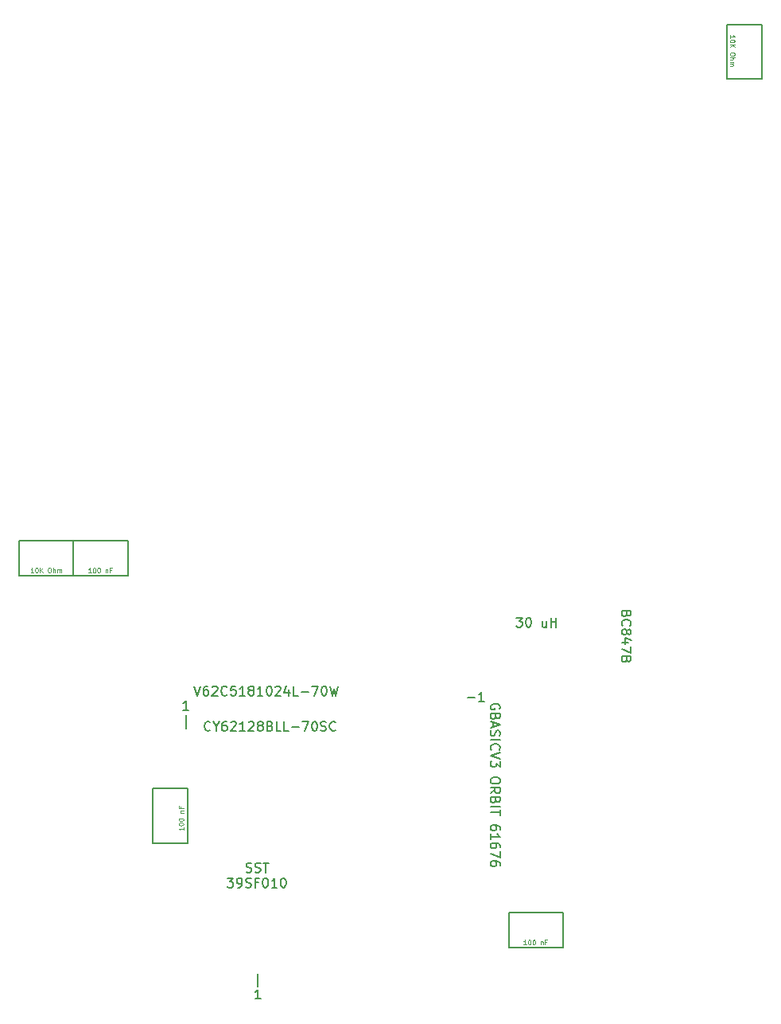
<source format=gbr>
%TF.GenerationSoftware,KiCad,Pcbnew,(6.0.2)*%
%TF.CreationDate,2022-11-18T22:18:21-06:00*%
%TF.ProjectId,REF1395A Optimized,52454631-3339-4354-9120-4f7074696d69,rev?*%
%TF.SameCoordinates,Original*%
%TF.FileFunction,Legend,Top*%
%TF.FilePolarity,Positive*%
%FSLAX46Y46*%
G04 Gerber Fmt 4.6, Leading zero omitted, Abs format (unit mm)*
G04 Created by KiCad (PCBNEW (6.0.2)) date 2022-11-18 22:18:21*
%MOMM*%
%LPD*%
G01*
G04 APERTURE LIST*
%ADD10C,0.150000*%
%ADD11C,0.125000*%
G04 APERTURE END LIST*
D10*
X156691000Y-171302000D02*
X162495000Y-171302000D01*
X162495000Y-171302000D02*
X162495000Y-175032000D01*
X162495000Y-175032000D02*
X156691000Y-175032000D01*
X156691000Y-175032000D02*
X156691000Y-171302000D01*
X110355500Y-131746500D02*
X104597500Y-131746500D01*
X104597500Y-131746500D02*
X104597500Y-135491500D01*
X104597500Y-135491500D02*
X110355500Y-135491500D01*
X110355500Y-135491500D02*
X110355500Y-131746500D01*
X183641500Y-82650000D02*
X179896500Y-82650000D01*
X179896500Y-82650000D02*
X179896500Y-76892000D01*
X179896500Y-76892000D02*
X183641500Y-76892000D01*
X183641500Y-76892000D02*
X183641500Y-82650000D01*
X118830000Y-163910000D02*
X122560000Y-163910000D01*
X122560000Y-163910000D02*
X122560000Y-158106000D01*
X122560000Y-158106000D02*
X118830000Y-158106000D01*
X118830000Y-158106000D02*
X118830000Y-163910000D01*
X110355500Y-131746500D02*
X116159500Y-131746500D01*
X116159500Y-131746500D02*
X116159500Y-135476500D01*
X116159500Y-135476500D02*
X110355500Y-135476500D01*
X110355500Y-135476500D02*
X110355500Y-131746500D01*
D11*
X122063190Y-162216285D02*
X122063190Y-162502000D01*
X122063190Y-162359142D02*
X121563190Y-162359142D01*
X121634619Y-162406761D01*
X121682238Y-162454380D01*
X121706047Y-162502000D01*
X121563190Y-161906761D02*
X121563190Y-161859142D01*
X121587000Y-161811523D01*
X121610809Y-161787714D01*
X121658428Y-161763904D01*
X121753666Y-161740095D01*
X121872714Y-161740095D01*
X121967952Y-161763904D01*
X122015571Y-161787714D01*
X122039380Y-161811523D01*
X122063190Y-161859142D01*
X122063190Y-161906761D01*
X122039380Y-161954380D01*
X122015571Y-161978190D01*
X121967952Y-162002000D01*
X121872714Y-162025809D01*
X121753666Y-162025809D01*
X121658428Y-162002000D01*
X121610809Y-161978190D01*
X121587000Y-161954380D01*
X121563190Y-161906761D01*
X121563190Y-161430571D02*
X121563190Y-161382952D01*
X121587000Y-161335333D01*
X121610809Y-161311523D01*
X121658428Y-161287714D01*
X121753666Y-161263904D01*
X121872714Y-161263904D01*
X121967952Y-161287714D01*
X122015571Y-161311523D01*
X122039380Y-161335333D01*
X122063190Y-161382952D01*
X122063190Y-161430571D01*
X122039380Y-161478190D01*
X122015571Y-161502000D01*
X121967952Y-161525809D01*
X121872714Y-161549619D01*
X121753666Y-161549619D01*
X121658428Y-161525809D01*
X121610809Y-161502000D01*
X121587000Y-161478190D01*
X121563190Y-161430571D01*
X121729857Y-160668666D02*
X122063190Y-160668666D01*
X121777476Y-160668666D02*
X121753666Y-160644857D01*
X121729857Y-160597238D01*
X121729857Y-160525809D01*
X121753666Y-160478190D01*
X121801285Y-160454380D01*
X122063190Y-160454380D01*
X121801285Y-160049619D02*
X121801285Y-160216285D01*
X122063190Y-160216285D02*
X121563190Y-160216285D01*
X121563190Y-159978190D01*
X106103357Y-135145690D02*
X105817642Y-135145690D01*
X105960500Y-135145690D02*
X105960500Y-134645690D01*
X105912880Y-134717119D01*
X105865261Y-134764738D01*
X105817642Y-134788547D01*
X106412880Y-134645690D02*
X106460500Y-134645690D01*
X106508119Y-134669500D01*
X106531928Y-134693309D01*
X106555738Y-134740928D01*
X106579547Y-134836166D01*
X106579547Y-134955214D01*
X106555738Y-135050452D01*
X106531928Y-135098071D01*
X106508119Y-135121880D01*
X106460500Y-135145690D01*
X106412880Y-135145690D01*
X106365261Y-135121880D01*
X106341452Y-135098071D01*
X106317642Y-135050452D01*
X106293833Y-134955214D01*
X106293833Y-134836166D01*
X106317642Y-134740928D01*
X106341452Y-134693309D01*
X106365261Y-134669500D01*
X106412880Y-134645690D01*
X106793833Y-135145690D02*
X106793833Y-134645690D01*
X107079547Y-135145690D02*
X106865261Y-134859976D01*
X107079547Y-134645690D02*
X106793833Y-134931404D01*
X107770023Y-134645690D02*
X107865261Y-134645690D01*
X107912880Y-134669500D01*
X107960500Y-134717119D01*
X107984309Y-134812357D01*
X107984309Y-134979023D01*
X107960500Y-135074261D01*
X107912880Y-135121880D01*
X107865261Y-135145690D01*
X107770023Y-135145690D01*
X107722404Y-135121880D01*
X107674785Y-135074261D01*
X107650976Y-134979023D01*
X107650976Y-134812357D01*
X107674785Y-134717119D01*
X107722404Y-134669500D01*
X107770023Y-134645690D01*
X108198595Y-135145690D02*
X108198595Y-134645690D01*
X108412880Y-135145690D02*
X108412880Y-134883785D01*
X108389071Y-134836166D01*
X108341452Y-134812357D01*
X108270023Y-134812357D01*
X108222404Y-134836166D01*
X108198595Y-134859976D01*
X108650976Y-135145690D02*
X108650976Y-134812357D01*
X108650976Y-134859976D02*
X108674785Y-134836166D01*
X108722404Y-134812357D01*
X108793833Y-134812357D01*
X108841452Y-134836166D01*
X108865261Y-134883785D01*
X108865261Y-135145690D01*
X108865261Y-134883785D02*
X108889071Y-134836166D01*
X108936690Y-134812357D01*
X109008119Y-134812357D01*
X109055738Y-134836166D01*
X109079547Y-134883785D01*
X109079547Y-135145690D01*
D10*
X124919857Y-151883142D02*
X124872238Y-151930761D01*
X124729380Y-151978380D01*
X124634142Y-151978380D01*
X124491285Y-151930761D01*
X124396047Y-151835523D01*
X124348428Y-151740285D01*
X124300809Y-151549809D01*
X124300809Y-151406952D01*
X124348428Y-151216476D01*
X124396047Y-151121238D01*
X124491285Y-151026000D01*
X124634142Y-150978380D01*
X124729380Y-150978380D01*
X124872238Y-151026000D01*
X124919857Y-151073619D01*
X125538904Y-151502190D02*
X125538904Y-151978380D01*
X125205571Y-150978380D02*
X125538904Y-151502190D01*
X125872238Y-150978380D01*
X126634142Y-150978380D02*
X126443666Y-150978380D01*
X126348428Y-151026000D01*
X126300809Y-151073619D01*
X126205571Y-151216476D01*
X126157952Y-151406952D01*
X126157952Y-151787904D01*
X126205571Y-151883142D01*
X126253190Y-151930761D01*
X126348428Y-151978380D01*
X126538904Y-151978380D01*
X126634142Y-151930761D01*
X126681761Y-151883142D01*
X126729380Y-151787904D01*
X126729380Y-151549809D01*
X126681761Y-151454571D01*
X126634142Y-151406952D01*
X126538904Y-151359333D01*
X126348428Y-151359333D01*
X126253190Y-151406952D01*
X126205571Y-151454571D01*
X126157952Y-151549809D01*
X127110333Y-151073619D02*
X127157952Y-151026000D01*
X127253190Y-150978380D01*
X127491285Y-150978380D01*
X127586523Y-151026000D01*
X127634142Y-151073619D01*
X127681761Y-151168857D01*
X127681761Y-151264095D01*
X127634142Y-151406952D01*
X127062714Y-151978380D01*
X127681761Y-151978380D01*
X128634142Y-151978380D02*
X128062714Y-151978380D01*
X128348428Y-151978380D02*
X128348428Y-150978380D01*
X128253190Y-151121238D01*
X128157952Y-151216476D01*
X128062714Y-151264095D01*
X129015095Y-151073619D02*
X129062714Y-151026000D01*
X129157952Y-150978380D01*
X129396047Y-150978380D01*
X129491285Y-151026000D01*
X129538904Y-151073619D01*
X129586523Y-151168857D01*
X129586523Y-151264095D01*
X129538904Y-151406952D01*
X128967476Y-151978380D01*
X129586523Y-151978380D01*
X130157952Y-151406952D02*
X130062714Y-151359333D01*
X130015095Y-151311714D01*
X129967476Y-151216476D01*
X129967476Y-151168857D01*
X130015095Y-151073619D01*
X130062714Y-151026000D01*
X130157952Y-150978380D01*
X130348428Y-150978380D01*
X130443666Y-151026000D01*
X130491285Y-151073619D01*
X130538904Y-151168857D01*
X130538904Y-151216476D01*
X130491285Y-151311714D01*
X130443666Y-151359333D01*
X130348428Y-151406952D01*
X130157952Y-151406952D01*
X130062714Y-151454571D01*
X130015095Y-151502190D01*
X129967476Y-151597428D01*
X129967476Y-151787904D01*
X130015095Y-151883142D01*
X130062714Y-151930761D01*
X130157952Y-151978380D01*
X130348428Y-151978380D01*
X130443666Y-151930761D01*
X130491285Y-151883142D01*
X130538904Y-151787904D01*
X130538904Y-151597428D01*
X130491285Y-151502190D01*
X130443666Y-151454571D01*
X130348428Y-151406952D01*
X131300809Y-151454571D02*
X131443666Y-151502190D01*
X131491285Y-151549809D01*
X131538904Y-151645047D01*
X131538904Y-151787904D01*
X131491285Y-151883142D01*
X131443666Y-151930761D01*
X131348428Y-151978380D01*
X130967476Y-151978380D01*
X130967476Y-150978380D01*
X131300809Y-150978380D01*
X131396047Y-151026000D01*
X131443666Y-151073619D01*
X131491285Y-151168857D01*
X131491285Y-151264095D01*
X131443666Y-151359333D01*
X131396047Y-151406952D01*
X131300809Y-151454571D01*
X130967476Y-151454571D01*
X132443666Y-151978380D02*
X131967476Y-151978380D01*
X131967476Y-150978380D01*
X133253190Y-151978380D02*
X132777000Y-151978380D01*
X132777000Y-150978380D01*
X133586523Y-151597428D02*
X134348428Y-151597428D01*
X134729380Y-150978380D02*
X135396047Y-150978380D01*
X134967476Y-151978380D01*
X135967476Y-150978380D02*
X136062714Y-150978380D01*
X136157952Y-151026000D01*
X136205571Y-151073619D01*
X136253190Y-151168857D01*
X136300809Y-151359333D01*
X136300809Y-151597428D01*
X136253190Y-151787904D01*
X136205571Y-151883142D01*
X136157952Y-151930761D01*
X136062714Y-151978380D01*
X135967476Y-151978380D01*
X135872238Y-151930761D01*
X135824619Y-151883142D01*
X135777000Y-151787904D01*
X135729380Y-151597428D01*
X135729380Y-151359333D01*
X135777000Y-151168857D01*
X135824619Y-151073619D01*
X135872238Y-151026000D01*
X135967476Y-150978380D01*
X136681761Y-151930761D02*
X136824619Y-151978380D01*
X137062714Y-151978380D01*
X137157952Y-151930761D01*
X137205571Y-151883142D01*
X137253190Y-151787904D01*
X137253190Y-151692666D01*
X137205571Y-151597428D01*
X137157952Y-151549809D01*
X137062714Y-151502190D01*
X136872238Y-151454571D01*
X136777000Y-151406952D01*
X136729380Y-151359333D01*
X136681761Y-151264095D01*
X136681761Y-151168857D01*
X136729380Y-151073619D01*
X136777000Y-151026000D01*
X136872238Y-150978380D01*
X137110333Y-150978380D01*
X137253190Y-151026000D01*
X138253190Y-151883142D02*
X138205571Y-151930761D01*
X138062714Y-151978380D01*
X137967476Y-151978380D01*
X137824619Y-151930761D01*
X137729380Y-151835523D01*
X137681761Y-151740285D01*
X137634142Y-151549809D01*
X137634142Y-151406952D01*
X137681761Y-151216476D01*
X137729380Y-151121238D01*
X137824619Y-151026000D01*
X137967476Y-150978380D01*
X138062714Y-150978380D01*
X138205571Y-151026000D01*
X138253190Y-151073619D01*
X169245428Y-139537857D02*
X169197809Y-139680714D01*
X169150190Y-139728333D01*
X169054952Y-139775952D01*
X168912095Y-139775952D01*
X168816857Y-139728333D01*
X168769238Y-139680714D01*
X168721619Y-139585476D01*
X168721619Y-139204523D01*
X169721619Y-139204523D01*
X169721619Y-139537857D01*
X169674000Y-139633095D01*
X169626380Y-139680714D01*
X169531142Y-139728333D01*
X169435904Y-139728333D01*
X169340666Y-139680714D01*
X169293047Y-139633095D01*
X169245428Y-139537857D01*
X169245428Y-139204523D01*
X168816857Y-140775952D02*
X168769238Y-140728333D01*
X168721619Y-140585476D01*
X168721619Y-140490238D01*
X168769238Y-140347380D01*
X168864476Y-140252142D01*
X168959714Y-140204523D01*
X169150190Y-140156904D01*
X169293047Y-140156904D01*
X169483523Y-140204523D01*
X169578761Y-140252142D01*
X169674000Y-140347380D01*
X169721619Y-140490238D01*
X169721619Y-140585476D01*
X169674000Y-140728333D01*
X169626380Y-140775952D01*
X169293047Y-141347380D02*
X169340666Y-141252142D01*
X169388285Y-141204523D01*
X169483523Y-141156904D01*
X169531142Y-141156904D01*
X169626380Y-141204523D01*
X169674000Y-141252142D01*
X169721619Y-141347380D01*
X169721619Y-141537857D01*
X169674000Y-141633095D01*
X169626380Y-141680714D01*
X169531142Y-141728333D01*
X169483523Y-141728333D01*
X169388285Y-141680714D01*
X169340666Y-141633095D01*
X169293047Y-141537857D01*
X169293047Y-141347380D01*
X169245428Y-141252142D01*
X169197809Y-141204523D01*
X169102571Y-141156904D01*
X168912095Y-141156904D01*
X168816857Y-141204523D01*
X168769238Y-141252142D01*
X168721619Y-141347380D01*
X168721619Y-141537857D01*
X168769238Y-141633095D01*
X168816857Y-141680714D01*
X168912095Y-141728333D01*
X169102571Y-141728333D01*
X169197809Y-141680714D01*
X169245428Y-141633095D01*
X169293047Y-141537857D01*
X169388285Y-142585476D02*
X168721619Y-142585476D01*
X169769238Y-142347380D02*
X169054952Y-142109285D01*
X169054952Y-142728333D01*
X169721619Y-143014047D02*
X169721619Y-143680714D01*
X168721619Y-143252142D01*
X169245428Y-144395000D02*
X169197809Y-144537857D01*
X169150190Y-144585476D01*
X169054952Y-144633095D01*
X168912095Y-144633095D01*
X168816857Y-144585476D01*
X168769238Y-144537857D01*
X168721619Y-144442619D01*
X168721619Y-144061666D01*
X169721619Y-144061666D01*
X169721619Y-144395000D01*
X169674000Y-144490238D01*
X169626380Y-144537857D01*
X169531142Y-144585476D01*
X169435904Y-144585476D01*
X169340666Y-144537857D01*
X169293047Y-144490238D01*
X169245428Y-144395000D01*
X169245428Y-144061666D01*
D11*
X180242809Y-78300857D02*
X180242809Y-78015142D01*
X180242809Y-78158000D02*
X180742809Y-78158000D01*
X180671380Y-78110380D01*
X180623761Y-78062761D01*
X180599952Y-78015142D01*
X180742809Y-78610380D02*
X180742809Y-78658000D01*
X180719000Y-78705619D01*
X180695190Y-78729428D01*
X180647571Y-78753238D01*
X180552333Y-78777047D01*
X180433285Y-78777047D01*
X180338047Y-78753238D01*
X180290428Y-78729428D01*
X180266619Y-78705619D01*
X180242809Y-78658000D01*
X180242809Y-78610380D01*
X180266619Y-78562761D01*
X180290428Y-78538952D01*
X180338047Y-78515142D01*
X180433285Y-78491333D01*
X180552333Y-78491333D01*
X180647571Y-78515142D01*
X180695190Y-78538952D01*
X180719000Y-78562761D01*
X180742809Y-78610380D01*
X180242809Y-78991333D02*
X180742809Y-78991333D01*
X180242809Y-79277047D02*
X180528523Y-79062761D01*
X180742809Y-79277047D02*
X180457095Y-78991333D01*
X180742809Y-79967523D02*
X180742809Y-80062761D01*
X180719000Y-80110380D01*
X180671380Y-80158000D01*
X180576142Y-80181809D01*
X180409476Y-80181809D01*
X180314238Y-80158000D01*
X180266619Y-80110380D01*
X180242809Y-80062761D01*
X180242809Y-79967523D01*
X180266619Y-79919904D01*
X180314238Y-79872285D01*
X180409476Y-79848476D01*
X180576142Y-79848476D01*
X180671380Y-79872285D01*
X180719000Y-79919904D01*
X180742809Y-79967523D01*
X180242809Y-80396095D02*
X180742809Y-80396095D01*
X180242809Y-80610380D02*
X180504714Y-80610380D01*
X180552333Y-80586571D01*
X180576142Y-80538952D01*
X180576142Y-80467523D01*
X180552333Y-80419904D01*
X180528523Y-80396095D01*
X180242809Y-80848476D02*
X180576142Y-80848476D01*
X180528523Y-80848476D02*
X180552333Y-80872285D01*
X180576142Y-80919904D01*
X180576142Y-80991333D01*
X180552333Y-81038952D01*
X180504714Y-81062761D01*
X180242809Y-81062761D01*
X180504714Y-81062761D02*
X180552333Y-81086571D01*
X180576142Y-81134190D01*
X180576142Y-81205619D01*
X180552333Y-81253238D01*
X180504714Y-81277047D01*
X180242809Y-81277047D01*
X158574714Y-174701190D02*
X158289000Y-174701190D01*
X158431857Y-174701190D02*
X158431857Y-174201190D01*
X158384238Y-174272619D01*
X158336619Y-174320238D01*
X158289000Y-174344047D01*
X158884238Y-174201190D02*
X158931857Y-174201190D01*
X158979476Y-174225000D01*
X159003285Y-174248809D01*
X159027095Y-174296428D01*
X159050904Y-174391666D01*
X159050904Y-174510714D01*
X159027095Y-174605952D01*
X159003285Y-174653571D01*
X158979476Y-174677380D01*
X158931857Y-174701190D01*
X158884238Y-174701190D01*
X158836619Y-174677380D01*
X158812809Y-174653571D01*
X158789000Y-174605952D01*
X158765190Y-174510714D01*
X158765190Y-174391666D01*
X158789000Y-174296428D01*
X158812809Y-174248809D01*
X158836619Y-174225000D01*
X158884238Y-174201190D01*
X159360428Y-174201190D02*
X159408047Y-174201190D01*
X159455666Y-174225000D01*
X159479476Y-174248809D01*
X159503285Y-174296428D01*
X159527095Y-174391666D01*
X159527095Y-174510714D01*
X159503285Y-174605952D01*
X159479476Y-174653571D01*
X159455666Y-174677380D01*
X159408047Y-174701190D01*
X159360428Y-174701190D01*
X159312809Y-174677380D01*
X159289000Y-174653571D01*
X159265190Y-174605952D01*
X159241380Y-174510714D01*
X159241380Y-174391666D01*
X159265190Y-174296428D01*
X159289000Y-174248809D01*
X159312809Y-174225000D01*
X159360428Y-174201190D01*
X160122333Y-174367857D02*
X160122333Y-174701190D01*
X160122333Y-174415476D02*
X160146142Y-174391666D01*
X160193761Y-174367857D01*
X160265190Y-174367857D01*
X160312809Y-174391666D01*
X160336619Y-174439285D01*
X160336619Y-174701190D01*
X160741380Y-174439285D02*
X160574714Y-174439285D01*
X160574714Y-174701190D02*
X160574714Y-174201190D01*
X160812809Y-174201190D01*
D10*
X129995000Y-179197714D02*
X129995000Y-177769142D01*
X130280714Y-180474380D02*
X129709285Y-180474380D01*
X129995000Y-180474380D02*
X129995000Y-179474380D01*
X129899761Y-179617238D01*
X129804523Y-179712476D01*
X129709285Y-179760095D01*
D11*
X112239214Y-135145690D02*
X111953500Y-135145690D01*
X112096357Y-135145690D02*
X112096357Y-134645690D01*
X112048738Y-134717119D01*
X112001119Y-134764738D01*
X111953500Y-134788547D01*
X112548738Y-134645690D02*
X112596357Y-134645690D01*
X112643976Y-134669500D01*
X112667785Y-134693309D01*
X112691595Y-134740928D01*
X112715404Y-134836166D01*
X112715404Y-134955214D01*
X112691595Y-135050452D01*
X112667785Y-135098071D01*
X112643976Y-135121880D01*
X112596357Y-135145690D01*
X112548738Y-135145690D01*
X112501119Y-135121880D01*
X112477309Y-135098071D01*
X112453500Y-135050452D01*
X112429690Y-134955214D01*
X112429690Y-134836166D01*
X112453500Y-134740928D01*
X112477309Y-134693309D01*
X112501119Y-134669500D01*
X112548738Y-134645690D01*
X113024928Y-134645690D02*
X113072547Y-134645690D01*
X113120166Y-134669500D01*
X113143976Y-134693309D01*
X113167785Y-134740928D01*
X113191595Y-134836166D01*
X113191595Y-134955214D01*
X113167785Y-135050452D01*
X113143976Y-135098071D01*
X113120166Y-135121880D01*
X113072547Y-135145690D01*
X113024928Y-135145690D01*
X112977309Y-135121880D01*
X112953500Y-135098071D01*
X112929690Y-135050452D01*
X112905880Y-134955214D01*
X112905880Y-134836166D01*
X112929690Y-134740928D01*
X112953500Y-134693309D01*
X112977309Y-134669500D01*
X113024928Y-134645690D01*
X113786833Y-134812357D02*
X113786833Y-135145690D01*
X113786833Y-134859976D02*
X113810642Y-134836166D01*
X113858261Y-134812357D01*
X113929690Y-134812357D01*
X113977309Y-134836166D01*
X114001119Y-134883785D01*
X114001119Y-135145690D01*
X114405880Y-134883785D02*
X114239214Y-134883785D01*
X114239214Y-135145690D02*
X114239214Y-134645690D01*
X114477309Y-134645690D01*
D10*
X122602714Y-149767380D02*
X122031285Y-149767380D01*
X122317000Y-149767380D02*
X122317000Y-148767380D01*
X122221761Y-148910238D01*
X122126523Y-149005476D01*
X122031285Y-149053095D01*
X122317000Y-151710714D02*
X122317000Y-150282142D01*
X152307857Y-148449428D02*
X153069761Y-148449428D01*
X154069761Y-148830380D02*
X153498333Y-148830380D01*
X153784047Y-148830380D02*
X153784047Y-147830380D01*
X153688809Y-147973238D01*
X153593571Y-148068476D01*
X153498333Y-148116095D01*
X157510333Y-139939380D02*
X158129380Y-139939380D01*
X157796047Y-140320333D01*
X157938904Y-140320333D01*
X158034142Y-140367952D01*
X158081761Y-140415571D01*
X158129380Y-140510809D01*
X158129380Y-140748904D01*
X158081761Y-140844142D01*
X158034142Y-140891761D01*
X157938904Y-140939380D01*
X157653190Y-140939380D01*
X157557952Y-140891761D01*
X157510333Y-140844142D01*
X158748428Y-139939380D02*
X158843666Y-139939380D01*
X158938904Y-139987000D01*
X158986523Y-140034619D01*
X159034142Y-140129857D01*
X159081761Y-140320333D01*
X159081761Y-140558428D01*
X159034142Y-140748904D01*
X158986523Y-140844142D01*
X158938904Y-140891761D01*
X158843666Y-140939380D01*
X158748428Y-140939380D01*
X158653190Y-140891761D01*
X158605571Y-140844142D01*
X158557952Y-140748904D01*
X158510333Y-140558428D01*
X158510333Y-140320333D01*
X158557952Y-140129857D01*
X158605571Y-140034619D01*
X158653190Y-139987000D01*
X158748428Y-139939380D01*
X160700809Y-140272714D02*
X160700809Y-140939380D01*
X160272238Y-140272714D02*
X160272238Y-140796523D01*
X160319857Y-140891761D01*
X160415095Y-140939380D01*
X160557952Y-140939380D01*
X160653190Y-140891761D01*
X160700809Y-140844142D01*
X161177000Y-140939380D02*
X161177000Y-139939380D01*
X161177000Y-140415571D02*
X161748428Y-140415571D01*
X161748428Y-140939380D02*
X161748428Y-139939380D01*
X128748142Y-166966761D02*
X128891000Y-167014380D01*
X129129095Y-167014380D01*
X129224333Y-166966761D01*
X129271952Y-166919142D01*
X129319571Y-166823904D01*
X129319571Y-166728666D01*
X129271952Y-166633428D01*
X129224333Y-166585809D01*
X129129095Y-166538190D01*
X128938619Y-166490571D01*
X128843380Y-166442952D01*
X128795761Y-166395333D01*
X128748142Y-166300095D01*
X128748142Y-166204857D01*
X128795761Y-166109619D01*
X128843380Y-166062000D01*
X128938619Y-166014380D01*
X129176714Y-166014380D01*
X129319571Y-166062000D01*
X129700523Y-166966761D02*
X129843380Y-167014380D01*
X130081476Y-167014380D01*
X130176714Y-166966761D01*
X130224333Y-166919142D01*
X130271952Y-166823904D01*
X130271952Y-166728666D01*
X130224333Y-166633428D01*
X130176714Y-166585809D01*
X130081476Y-166538190D01*
X129891000Y-166490571D01*
X129795761Y-166442952D01*
X129748142Y-166395333D01*
X129700523Y-166300095D01*
X129700523Y-166204857D01*
X129748142Y-166109619D01*
X129795761Y-166062000D01*
X129891000Y-166014380D01*
X130129095Y-166014380D01*
X130271952Y-166062000D01*
X130557666Y-166014380D02*
X131129095Y-166014380D01*
X130843380Y-167014380D02*
X130843380Y-166014380D01*
X126748142Y-167624380D02*
X127367190Y-167624380D01*
X127033857Y-168005333D01*
X127176714Y-168005333D01*
X127271952Y-168052952D01*
X127319571Y-168100571D01*
X127367190Y-168195809D01*
X127367190Y-168433904D01*
X127319571Y-168529142D01*
X127271952Y-168576761D01*
X127176714Y-168624380D01*
X126891000Y-168624380D01*
X126795761Y-168576761D01*
X126748142Y-168529142D01*
X127843380Y-168624380D02*
X128033857Y-168624380D01*
X128129095Y-168576761D01*
X128176714Y-168529142D01*
X128271952Y-168386285D01*
X128319571Y-168195809D01*
X128319571Y-167814857D01*
X128271952Y-167719619D01*
X128224333Y-167672000D01*
X128129095Y-167624380D01*
X127938619Y-167624380D01*
X127843380Y-167672000D01*
X127795761Y-167719619D01*
X127748142Y-167814857D01*
X127748142Y-168052952D01*
X127795761Y-168148190D01*
X127843380Y-168195809D01*
X127938619Y-168243428D01*
X128129095Y-168243428D01*
X128224333Y-168195809D01*
X128271952Y-168148190D01*
X128319571Y-168052952D01*
X128700523Y-168576761D02*
X128843380Y-168624380D01*
X129081476Y-168624380D01*
X129176714Y-168576761D01*
X129224333Y-168529142D01*
X129271952Y-168433904D01*
X129271952Y-168338666D01*
X129224333Y-168243428D01*
X129176714Y-168195809D01*
X129081476Y-168148190D01*
X128891000Y-168100571D01*
X128795761Y-168052952D01*
X128748142Y-168005333D01*
X128700523Y-167910095D01*
X128700523Y-167814857D01*
X128748142Y-167719619D01*
X128795761Y-167672000D01*
X128891000Y-167624380D01*
X129129095Y-167624380D01*
X129271952Y-167672000D01*
X130033857Y-168100571D02*
X129700523Y-168100571D01*
X129700523Y-168624380D02*
X129700523Y-167624380D01*
X130176714Y-167624380D01*
X130748142Y-167624380D02*
X130843380Y-167624380D01*
X130938619Y-167672000D01*
X130986238Y-167719619D01*
X131033857Y-167814857D01*
X131081476Y-168005333D01*
X131081476Y-168243428D01*
X131033857Y-168433904D01*
X130986238Y-168529142D01*
X130938619Y-168576761D01*
X130843380Y-168624380D01*
X130748142Y-168624380D01*
X130652904Y-168576761D01*
X130605285Y-168529142D01*
X130557666Y-168433904D01*
X130510047Y-168243428D01*
X130510047Y-168005333D01*
X130557666Y-167814857D01*
X130605285Y-167719619D01*
X130652904Y-167672000D01*
X130748142Y-167624380D01*
X132033857Y-168624380D02*
X131462428Y-168624380D01*
X131748142Y-168624380D02*
X131748142Y-167624380D01*
X131652904Y-167767238D01*
X131557666Y-167862476D01*
X131462428Y-167910095D01*
X132652904Y-167624380D02*
X132748142Y-167624380D01*
X132843380Y-167672000D01*
X132891000Y-167719619D01*
X132938619Y-167814857D01*
X132986238Y-168005333D01*
X132986238Y-168243428D01*
X132938619Y-168433904D01*
X132891000Y-168529142D01*
X132843380Y-168576761D01*
X132748142Y-168624380D01*
X132652904Y-168624380D01*
X132557666Y-168576761D01*
X132510047Y-168529142D01*
X132462428Y-168433904D01*
X132414809Y-168243428D01*
X132414809Y-168005333D01*
X132462428Y-167814857D01*
X132510047Y-167719619D01*
X132557666Y-167672000D01*
X132652904Y-167624380D01*
%TO.C,U3*%
X155723000Y-149648571D02*
X155770619Y-149553333D01*
X155770619Y-149410476D01*
X155723000Y-149267619D01*
X155627761Y-149172380D01*
X155532523Y-149124761D01*
X155342047Y-149077142D01*
X155199190Y-149077142D01*
X155008714Y-149124761D01*
X154913476Y-149172380D01*
X154818238Y-149267619D01*
X154770619Y-149410476D01*
X154770619Y-149505714D01*
X154818238Y-149648571D01*
X154865857Y-149696190D01*
X155199190Y-149696190D01*
X155199190Y-149505714D01*
X155294428Y-150458095D02*
X155246809Y-150600952D01*
X155199190Y-150648571D01*
X155103952Y-150696190D01*
X154961095Y-150696190D01*
X154865857Y-150648571D01*
X154818238Y-150600952D01*
X154770619Y-150505714D01*
X154770619Y-150124761D01*
X155770619Y-150124761D01*
X155770619Y-150458095D01*
X155723000Y-150553333D01*
X155675380Y-150600952D01*
X155580142Y-150648571D01*
X155484904Y-150648571D01*
X155389666Y-150600952D01*
X155342047Y-150553333D01*
X155294428Y-150458095D01*
X155294428Y-150124761D01*
X155056333Y-151077142D02*
X155056333Y-151553333D01*
X154770619Y-150981904D02*
X155770619Y-151315238D01*
X154770619Y-151648571D01*
X154818238Y-151934285D02*
X154770619Y-152077142D01*
X154770619Y-152315238D01*
X154818238Y-152410476D01*
X154865857Y-152458095D01*
X154961095Y-152505714D01*
X155056333Y-152505714D01*
X155151571Y-152458095D01*
X155199190Y-152410476D01*
X155246809Y-152315238D01*
X155294428Y-152124761D01*
X155342047Y-152029523D01*
X155389666Y-151981904D01*
X155484904Y-151934285D01*
X155580142Y-151934285D01*
X155675380Y-151981904D01*
X155723000Y-152029523D01*
X155770619Y-152124761D01*
X155770619Y-152362857D01*
X155723000Y-152505714D01*
X154770619Y-152934285D02*
X155770619Y-152934285D01*
X154865857Y-153981904D02*
X154818238Y-153934285D01*
X154770619Y-153791428D01*
X154770619Y-153696190D01*
X154818238Y-153553333D01*
X154913476Y-153458095D01*
X155008714Y-153410476D01*
X155199190Y-153362857D01*
X155342047Y-153362857D01*
X155532523Y-153410476D01*
X155627761Y-153458095D01*
X155723000Y-153553333D01*
X155770619Y-153696190D01*
X155770619Y-153791428D01*
X155723000Y-153934285D01*
X155675380Y-153981904D01*
X155770619Y-154267619D02*
X154770619Y-154600952D01*
X155770619Y-154934285D01*
X155770619Y-155172380D02*
X155770619Y-155791428D01*
X155389666Y-155458095D01*
X155389666Y-155600952D01*
X155342047Y-155696190D01*
X155294428Y-155743809D01*
X155199190Y-155791428D01*
X154961095Y-155791428D01*
X154865857Y-155743809D01*
X154818238Y-155696190D01*
X154770619Y-155600952D01*
X154770619Y-155315238D01*
X154818238Y-155220000D01*
X154865857Y-155172380D01*
X155770619Y-157172380D02*
X155770619Y-157362857D01*
X155723000Y-157458095D01*
X155627761Y-157553333D01*
X155437285Y-157600952D01*
X155103952Y-157600952D01*
X154913476Y-157553333D01*
X154818238Y-157458095D01*
X154770619Y-157362857D01*
X154770619Y-157172380D01*
X154818238Y-157077142D01*
X154913476Y-156981904D01*
X155103952Y-156934285D01*
X155437285Y-156934285D01*
X155627761Y-156981904D01*
X155723000Y-157077142D01*
X155770619Y-157172380D01*
X154770619Y-158600952D02*
X155246809Y-158267619D01*
X154770619Y-158029523D02*
X155770619Y-158029523D01*
X155770619Y-158410476D01*
X155723000Y-158505714D01*
X155675380Y-158553333D01*
X155580142Y-158600952D01*
X155437285Y-158600952D01*
X155342047Y-158553333D01*
X155294428Y-158505714D01*
X155246809Y-158410476D01*
X155246809Y-158029523D01*
X155294428Y-159362857D02*
X155246809Y-159505714D01*
X155199190Y-159553333D01*
X155103952Y-159600952D01*
X154961095Y-159600952D01*
X154865857Y-159553333D01*
X154818238Y-159505714D01*
X154770619Y-159410476D01*
X154770619Y-159029523D01*
X155770619Y-159029523D01*
X155770619Y-159362857D01*
X155723000Y-159458095D01*
X155675380Y-159505714D01*
X155580142Y-159553333D01*
X155484904Y-159553333D01*
X155389666Y-159505714D01*
X155342047Y-159458095D01*
X155294428Y-159362857D01*
X155294428Y-159029523D01*
X154770619Y-160029523D02*
X155770619Y-160029523D01*
X155770619Y-160362857D02*
X155770619Y-160934285D01*
X154770619Y-160648571D02*
X155770619Y-160648571D01*
X155770619Y-162458095D02*
X155770619Y-162267619D01*
X155723000Y-162172380D01*
X155675380Y-162124761D01*
X155532523Y-162029523D01*
X155342047Y-161981904D01*
X154961095Y-161981904D01*
X154865857Y-162029523D01*
X154818238Y-162077142D01*
X154770619Y-162172380D01*
X154770619Y-162362857D01*
X154818238Y-162458095D01*
X154865857Y-162505714D01*
X154961095Y-162553333D01*
X155199190Y-162553333D01*
X155294428Y-162505714D01*
X155342047Y-162458095D01*
X155389666Y-162362857D01*
X155389666Y-162172380D01*
X155342047Y-162077142D01*
X155294428Y-162029523D01*
X155199190Y-161981904D01*
X154770619Y-163505714D02*
X154770619Y-162934285D01*
X154770619Y-163220000D02*
X155770619Y-163220000D01*
X155627761Y-163124761D01*
X155532523Y-163029523D01*
X155484904Y-162934285D01*
X155770619Y-164362857D02*
X155770619Y-164172380D01*
X155723000Y-164077142D01*
X155675380Y-164029523D01*
X155532523Y-163934285D01*
X155342047Y-163886666D01*
X154961095Y-163886666D01*
X154865857Y-163934285D01*
X154818238Y-163981904D01*
X154770619Y-164077142D01*
X154770619Y-164267619D01*
X154818238Y-164362857D01*
X154865857Y-164410476D01*
X154961095Y-164458095D01*
X155199190Y-164458095D01*
X155294428Y-164410476D01*
X155342047Y-164362857D01*
X155389666Y-164267619D01*
X155389666Y-164077142D01*
X155342047Y-163981904D01*
X155294428Y-163934285D01*
X155199190Y-163886666D01*
X155770619Y-164791428D02*
X155770619Y-165458095D01*
X154770619Y-165029523D01*
X155770619Y-166267619D02*
X155770619Y-166077142D01*
X155723000Y-165981904D01*
X155675380Y-165934285D01*
X155532523Y-165839047D01*
X155342047Y-165791428D01*
X154961095Y-165791428D01*
X154865857Y-165839047D01*
X154818238Y-165886666D01*
X154770619Y-165981904D01*
X154770619Y-166172380D01*
X154818238Y-166267619D01*
X154865857Y-166315238D01*
X154961095Y-166362857D01*
X155199190Y-166362857D01*
X155294428Y-166315238D01*
X155342047Y-166267619D01*
X155389666Y-166172380D01*
X155389666Y-165981904D01*
X155342047Y-165886666D01*
X155294428Y-165839047D01*
X155199190Y-165791428D01*
%TO.C,U2*%
X123234333Y-147219380D02*
X123567666Y-148219380D01*
X123901000Y-147219380D01*
X124662904Y-147219380D02*
X124472428Y-147219380D01*
X124377190Y-147267000D01*
X124329571Y-147314619D01*
X124234333Y-147457476D01*
X124186714Y-147647952D01*
X124186714Y-148028904D01*
X124234333Y-148124142D01*
X124281952Y-148171761D01*
X124377190Y-148219380D01*
X124567666Y-148219380D01*
X124662904Y-148171761D01*
X124710523Y-148124142D01*
X124758142Y-148028904D01*
X124758142Y-147790809D01*
X124710523Y-147695571D01*
X124662904Y-147647952D01*
X124567666Y-147600333D01*
X124377190Y-147600333D01*
X124281952Y-147647952D01*
X124234333Y-147695571D01*
X124186714Y-147790809D01*
X125139095Y-147314619D02*
X125186714Y-147267000D01*
X125281952Y-147219380D01*
X125520047Y-147219380D01*
X125615285Y-147267000D01*
X125662904Y-147314619D01*
X125710523Y-147409857D01*
X125710523Y-147505095D01*
X125662904Y-147647952D01*
X125091476Y-148219380D01*
X125710523Y-148219380D01*
X126710523Y-148124142D02*
X126662904Y-148171761D01*
X126520047Y-148219380D01*
X126424809Y-148219380D01*
X126281952Y-148171761D01*
X126186714Y-148076523D01*
X126139095Y-147981285D01*
X126091476Y-147790809D01*
X126091476Y-147647952D01*
X126139095Y-147457476D01*
X126186714Y-147362238D01*
X126281952Y-147267000D01*
X126424809Y-147219380D01*
X126520047Y-147219380D01*
X126662904Y-147267000D01*
X126710523Y-147314619D01*
X127615285Y-147219380D02*
X127139095Y-147219380D01*
X127091476Y-147695571D01*
X127139095Y-147647952D01*
X127234333Y-147600333D01*
X127472428Y-147600333D01*
X127567666Y-147647952D01*
X127615285Y-147695571D01*
X127662904Y-147790809D01*
X127662904Y-148028904D01*
X127615285Y-148124142D01*
X127567666Y-148171761D01*
X127472428Y-148219380D01*
X127234333Y-148219380D01*
X127139095Y-148171761D01*
X127091476Y-148124142D01*
X128615285Y-148219380D02*
X128043857Y-148219380D01*
X128329571Y-148219380D02*
X128329571Y-147219380D01*
X128234333Y-147362238D01*
X128139095Y-147457476D01*
X128043857Y-147505095D01*
X129186714Y-147647952D02*
X129091476Y-147600333D01*
X129043857Y-147552714D01*
X128996238Y-147457476D01*
X128996238Y-147409857D01*
X129043857Y-147314619D01*
X129091476Y-147267000D01*
X129186714Y-147219380D01*
X129377190Y-147219380D01*
X129472428Y-147267000D01*
X129520047Y-147314619D01*
X129567666Y-147409857D01*
X129567666Y-147457476D01*
X129520047Y-147552714D01*
X129472428Y-147600333D01*
X129377190Y-147647952D01*
X129186714Y-147647952D01*
X129091476Y-147695571D01*
X129043857Y-147743190D01*
X128996238Y-147838428D01*
X128996238Y-148028904D01*
X129043857Y-148124142D01*
X129091476Y-148171761D01*
X129186714Y-148219380D01*
X129377190Y-148219380D01*
X129472428Y-148171761D01*
X129520047Y-148124142D01*
X129567666Y-148028904D01*
X129567666Y-147838428D01*
X129520047Y-147743190D01*
X129472428Y-147695571D01*
X129377190Y-147647952D01*
X130520047Y-148219380D02*
X129948619Y-148219380D01*
X130234333Y-148219380D02*
X130234333Y-147219380D01*
X130139095Y-147362238D01*
X130043857Y-147457476D01*
X129948619Y-147505095D01*
X131139095Y-147219380D02*
X131234333Y-147219380D01*
X131329571Y-147267000D01*
X131377190Y-147314619D01*
X131424809Y-147409857D01*
X131472428Y-147600333D01*
X131472428Y-147838428D01*
X131424809Y-148028904D01*
X131377190Y-148124142D01*
X131329571Y-148171761D01*
X131234333Y-148219380D01*
X131139095Y-148219380D01*
X131043857Y-148171761D01*
X130996238Y-148124142D01*
X130948619Y-148028904D01*
X130901000Y-147838428D01*
X130901000Y-147600333D01*
X130948619Y-147409857D01*
X130996238Y-147314619D01*
X131043857Y-147267000D01*
X131139095Y-147219380D01*
X131853380Y-147314619D02*
X131901000Y-147267000D01*
X131996238Y-147219380D01*
X132234333Y-147219380D01*
X132329571Y-147267000D01*
X132377190Y-147314619D01*
X132424809Y-147409857D01*
X132424809Y-147505095D01*
X132377190Y-147647952D01*
X131805761Y-148219380D01*
X132424809Y-148219380D01*
X133281952Y-147552714D02*
X133281952Y-148219380D01*
X133043857Y-147171761D02*
X132805761Y-147886047D01*
X133424809Y-147886047D01*
X134281952Y-148219380D02*
X133805761Y-148219380D01*
X133805761Y-147219380D01*
X134615285Y-147838428D02*
X135377190Y-147838428D01*
X135758142Y-147219380D02*
X136424809Y-147219380D01*
X135996238Y-148219380D01*
X136996238Y-147219380D02*
X137091476Y-147219380D01*
X137186714Y-147267000D01*
X137234333Y-147314619D01*
X137281952Y-147409857D01*
X137329571Y-147600333D01*
X137329571Y-147838428D01*
X137281952Y-148028904D01*
X137234333Y-148124142D01*
X137186714Y-148171761D01*
X137091476Y-148219380D01*
X136996238Y-148219380D01*
X136901000Y-148171761D01*
X136853380Y-148124142D01*
X136805761Y-148028904D01*
X136758142Y-147838428D01*
X136758142Y-147600333D01*
X136805761Y-147409857D01*
X136853380Y-147314619D01*
X136901000Y-147267000D01*
X136996238Y-147219380D01*
X137662904Y-147219380D02*
X137901000Y-148219380D01*
X138091476Y-147505095D01*
X138281952Y-148219380D01*
X138520047Y-147219380D01*
%TD*%
M02*

</source>
